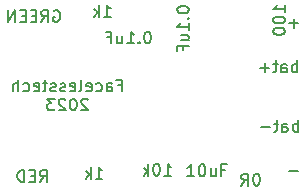
<source format=gbr>
%TF.GenerationSoftware,KiCad,Pcbnew,6.0.10+dfsg-1~bpo11+1*%
%TF.CreationDate,2023-01-21T14:50:42+00:00*%
%TF.ProjectId,tp4056,74703430-3536-42e6-9b69-6361645f7063,rev?*%
%TF.SameCoordinates,Original*%
%TF.FileFunction,Legend,Bot*%
%TF.FilePolarity,Positive*%
%FSLAX46Y46*%
G04 Gerber Fmt 4.6, Leading zero omitted, Abs format (unit mm)*
G04 Created by KiCad (PCBNEW 6.0.10+dfsg-1~bpo11+1) date 2023-01-21 14:50:42*
%MOMM*%
%LPD*%
G01*
G04 APERTURE LIST*
%ADD10C,0.150000*%
G04 APERTURE END LIST*
D10*
X138221904Y-93413571D02*
X138555238Y-93413571D01*
X138555238Y-93937380D02*
X138555238Y-92937380D01*
X138079047Y-92937380D01*
X137269523Y-93937380D02*
X137269523Y-93413571D01*
X137317142Y-93318333D01*
X137412380Y-93270714D01*
X137602857Y-93270714D01*
X137698095Y-93318333D01*
X137269523Y-93889761D02*
X137364761Y-93937380D01*
X137602857Y-93937380D01*
X137698095Y-93889761D01*
X137745714Y-93794523D01*
X137745714Y-93699285D01*
X137698095Y-93604047D01*
X137602857Y-93556428D01*
X137364761Y-93556428D01*
X137269523Y-93508809D01*
X136364761Y-93889761D02*
X136460000Y-93937380D01*
X136650476Y-93937380D01*
X136745714Y-93889761D01*
X136793333Y-93842142D01*
X136840952Y-93746904D01*
X136840952Y-93461190D01*
X136793333Y-93365952D01*
X136745714Y-93318333D01*
X136650476Y-93270714D01*
X136460000Y-93270714D01*
X136364761Y-93318333D01*
X135555238Y-93889761D02*
X135650476Y-93937380D01*
X135840952Y-93937380D01*
X135936190Y-93889761D01*
X135983809Y-93794523D01*
X135983809Y-93413571D01*
X135936190Y-93318333D01*
X135840952Y-93270714D01*
X135650476Y-93270714D01*
X135555238Y-93318333D01*
X135507619Y-93413571D01*
X135507619Y-93508809D01*
X135983809Y-93604047D01*
X134936190Y-93937380D02*
X135031428Y-93889761D01*
X135079047Y-93794523D01*
X135079047Y-92937380D01*
X134174285Y-93889761D02*
X134269523Y-93937380D01*
X134460000Y-93937380D01*
X134555238Y-93889761D01*
X134602857Y-93794523D01*
X134602857Y-93413571D01*
X134555238Y-93318333D01*
X134460000Y-93270714D01*
X134269523Y-93270714D01*
X134174285Y-93318333D01*
X134126666Y-93413571D01*
X134126666Y-93508809D01*
X134602857Y-93604047D01*
X133745714Y-93889761D02*
X133650476Y-93937380D01*
X133460000Y-93937380D01*
X133364761Y-93889761D01*
X133317142Y-93794523D01*
X133317142Y-93746904D01*
X133364761Y-93651666D01*
X133460000Y-93604047D01*
X133602857Y-93604047D01*
X133698095Y-93556428D01*
X133745714Y-93461190D01*
X133745714Y-93413571D01*
X133698095Y-93318333D01*
X133602857Y-93270714D01*
X133460000Y-93270714D01*
X133364761Y-93318333D01*
X132936190Y-93889761D02*
X132840952Y-93937380D01*
X132650476Y-93937380D01*
X132555238Y-93889761D01*
X132507619Y-93794523D01*
X132507619Y-93746904D01*
X132555238Y-93651666D01*
X132650476Y-93604047D01*
X132793333Y-93604047D01*
X132888571Y-93556428D01*
X132936190Y-93461190D01*
X132936190Y-93413571D01*
X132888571Y-93318333D01*
X132793333Y-93270714D01*
X132650476Y-93270714D01*
X132555238Y-93318333D01*
X132221904Y-93270714D02*
X131840952Y-93270714D01*
X132079047Y-92937380D02*
X132079047Y-93794523D01*
X132031428Y-93889761D01*
X131936190Y-93937380D01*
X131840952Y-93937380D01*
X131126666Y-93889761D02*
X131221904Y-93937380D01*
X131412380Y-93937380D01*
X131507619Y-93889761D01*
X131555238Y-93794523D01*
X131555238Y-93413571D01*
X131507619Y-93318333D01*
X131412380Y-93270714D01*
X131221904Y-93270714D01*
X131126666Y-93318333D01*
X131079047Y-93413571D01*
X131079047Y-93508809D01*
X131555238Y-93604047D01*
X130221904Y-93889761D02*
X130317142Y-93937380D01*
X130507619Y-93937380D01*
X130602857Y-93889761D01*
X130650476Y-93842142D01*
X130698095Y-93746904D01*
X130698095Y-93461190D01*
X130650476Y-93365952D01*
X130602857Y-93318333D01*
X130507619Y-93270714D01*
X130317142Y-93270714D01*
X130221904Y-93318333D01*
X129793333Y-93937380D02*
X129793333Y-92937380D01*
X129364761Y-93937380D02*
X129364761Y-93413571D01*
X129412380Y-93318333D01*
X129507619Y-93270714D01*
X129650476Y-93270714D01*
X129745714Y-93318333D01*
X129793333Y-93365952D01*
X135674285Y-94642619D02*
X135626666Y-94595000D01*
X135531428Y-94547380D01*
X135293333Y-94547380D01*
X135198095Y-94595000D01*
X135150476Y-94642619D01*
X135102857Y-94737857D01*
X135102857Y-94833095D01*
X135150476Y-94975952D01*
X135721904Y-95547380D01*
X135102857Y-95547380D01*
X134483809Y-94547380D02*
X134388571Y-94547380D01*
X134293333Y-94595000D01*
X134245714Y-94642619D01*
X134198095Y-94737857D01*
X134150476Y-94928333D01*
X134150476Y-95166428D01*
X134198095Y-95356904D01*
X134245714Y-95452142D01*
X134293333Y-95499761D01*
X134388571Y-95547380D01*
X134483809Y-95547380D01*
X134579047Y-95499761D01*
X134626666Y-95452142D01*
X134674285Y-95356904D01*
X134721904Y-95166428D01*
X134721904Y-94928333D01*
X134674285Y-94737857D01*
X134626666Y-94642619D01*
X134579047Y-94595000D01*
X134483809Y-94547380D01*
X133769523Y-94642619D02*
X133721904Y-94595000D01*
X133626666Y-94547380D01*
X133388571Y-94547380D01*
X133293333Y-94595000D01*
X133245714Y-94642619D01*
X133198095Y-94737857D01*
X133198095Y-94833095D01*
X133245714Y-94975952D01*
X133817142Y-95547380D01*
X133198095Y-95547380D01*
X132864761Y-94547380D02*
X132245714Y-94547380D01*
X132579047Y-94928333D01*
X132436190Y-94928333D01*
X132340952Y-94975952D01*
X132293333Y-95023571D01*
X132245714Y-95118809D01*
X132245714Y-95356904D01*
X132293333Y-95452142D01*
X132340952Y-95499761D01*
X132436190Y-95547380D01*
X132721904Y-95547380D01*
X132817142Y-95499761D01*
X132864761Y-95452142D01*
X153481428Y-97342380D02*
X153481428Y-96342380D01*
X153481428Y-96723333D02*
X153386190Y-96675714D01*
X153195714Y-96675714D01*
X153100476Y-96723333D01*
X153052857Y-96770952D01*
X153005238Y-96866190D01*
X153005238Y-97151904D01*
X153052857Y-97247142D01*
X153100476Y-97294761D01*
X153195714Y-97342380D01*
X153386190Y-97342380D01*
X153481428Y-97294761D01*
X152148095Y-97342380D02*
X152148095Y-96818571D01*
X152195714Y-96723333D01*
X152290952Y-96675714D01*
X152481428Y-96675714D01*
X152576666Y-96723333D01*
X152148095Y-97294761D02*
X152243333Y-97342380D01*
X152481428Y-97342380D01*
X152576666Y-97294761D01*
X152624285Y-97199523D01*
X152624285Y-97104285D01*
X152576666Y-97009047D01*
X152481428Y-96961428D01*
X152243333Y-96961428D01*
X152148095Y-96913809D01*
X151814761Y-96675714D02*
X151433809Y-96675714D01*
X151671904Y-96342380D02*
X151671904Y-97199523D01*
X151624285Y-97294761D01*
X151529047Y-97342380D01*
X151433809Y-97342380D01*
X151100476Y-96961428D02*
X150338571Y-96961428D01*
X131612857Y-101602380D02*
X131946190Y-101126190D01*
X132184285Y-101602380D02*
X132184285Y-100602380D01*
X131803333Y-100602380D01*
X131708095Y-100650000D01*
X131660476Y-100697619D01*
X131612857Y-100792857D01*
X131612857Y-100935714D01*
X131660476Y-101030952D01*
X131708095Y-101078571D01*
X131803333Y-101126190D01*
X132184285Y-101126190D01*
X131184285Y-101078571D02*
X130850952Y-101078571D01*
X130708095Y-101602380D02*
X131184285Y-101602380D01*
X131184285Y-100602380D01*
X130708095Y-100602380D01*
X130279523Y-101602380D02*
X130279523Y-100602380D01*
X130041428Y-100602380D01*
X129898571Y-100650000D01*
X129803333Y-100745238D01*
X129755714Y-100840476D01*
X129708095Y-101030952D01*
X129708095Y-101173809D01*
X129755714Y-101364285D01*
X129803333Y-101459523D01*
X129898571Y-101554761D01*
X130041428Y-101602380D01*
X130279523Y-101602380D01*
X153430952Y-100661428D02*
X152669047Y-100661428D01*
X153401428Y-92322380D02*
X153401428Y-91322380D01*
X153401428Y-91703333D02*
X153306190Y-91655714D01*
X153115714Y-91655714D01*
X153020476Y-91703333D01*
X152972857Y-91750952D01*
X152925238Y-91846190D01*
X152925238Y-92131904D01*
X152972857Y-92227142D01*
X153020476Y-92274761D01*
X153115714Y-92322380D01*
X153306190Y-92322380D01*
X153401428Y-92274761D01*
X152068095Y-92322380D02*
X152068095Y-91798571D01*
X152115714Y-91703333D01*
X152210952Y-91655714D01*
X152401428Y-91655714D01*
X152496666Y-91703333D01*
X152068095Y-92274761D02*
X152163333Y-92322380D01*
X152401428Y-92322380D01*
X152496666Y-92274761D01*
X152544285Y-92179523D01*
X152544285Y-92084285D01*
X152496666Y-91989047D01*
X152401428Y-91941428D01*
X152163333Y-91941428D01*
X152068095Y-91893809D01*
X151734761Y-91655714D02*
X151353809Y-91655714D01*
X151591904Y-91322380D02*
X151591904Y-92179523D01*
X151544285Y-92274761D01*
X151449047Y-92322380D01*
X151353809Y-92322380D01*
X151020476Y-91941428D02*
X150258571Y-91941428D01*
X150639523Y-92322380D02*
X150639523Y-91560476D01*
X153480952Y-88191428D02*
X152719047Y-88191428D01*
X153100000Y-88572380D02*
X153100000Y-87810476D01*
%TO.C,R5*%
X152362380Y-87233333D02*
X152362380Y-86661904D01*
X152362380Y-86947619D02*
X151362380Y-86947619D01*
X151505238Y-86852380D01*
X151600476Y-86757142D01*
X151648095Y-86661904D01*
X151362380Y-87852380D02*
X151362380Y-87947619D01*
X151410000Y-88042857D01*
X151457619Y-88090476D01*
X151552857Y-88138095D01*
X151743333Y-88185714D01*
X151981428Y-88185714D01*
X152171904Y-88138095D01*
X152267142Y-88090476D01*
X152314761Y-88042857D01*
X152362380Y-87947619D01*
X152362380Y-87852380D01*
X152314761Y-87757142D01*
X152267142Y-87709523D01*
X152171904Y-87661904D01*
X151981428Y-87614285D01*
X151743333Y-87614285D01*
X151552857Y-87661904D01*
X151457619Y-87709523D01*
X151410000Y-87757142D01*
X151362380Y-87852380D01*
X151362380Y-88804761D02*
X151362380Y-88900000D01*
X151410000Y-88995238D01*
X151457619Y-89042857D01*
X151552857Y-89090476D01*
X151743333Y-89138095D01*
X151981428Y-89138095D01*
X152171904Y-89090476D01*
X152267142Y-89042857D01*
X152314761Y-88995238D01*
X152362380Y-88900000D01*
X152362380Y-88804761D01*
X152314761Y-88709523D01*
X152267142Y-88661904D01*
X152171904Y-88614285D01*
X151981428Y-88566666D01*
X151743333Y-88566666D01*
X151552857Y-88614285D01*
X151457619Y-88661904D01*
X151410000Y-88709523D01*
X151362380Y-88804761D01*
%TO.C,R2*%
X137021547Y-87612380D02*
X137592976Y-87612380D01*
X137307261Y-87612380D02*
X137307261Y-86612380D01*
X137402500Y-86755238D01*
X137497738Y-86850476D01*
X137592976Y-86898095D01*
X136592976Y-87612380D02*
X136592976Y-86612380D01*
X136497738Y-87231428D02*
X136212023Y-87612380D01*
X136212023Y-86945714D02*
X136592976Y-87326666D01*
%TO.C,C2*%
X143242380Y-86977142D02*
X143242380Y-87072380D01*
X143290000Y-87167619D01*
X143337619Y-87215238D01*
X143432857Y-87262857D01*
X143623333Y-87310476D01*
X143861428Y-87310476D01*
X144051904Y-87262857D01*
X144147142Y-87215238D01*
X144194761Y-87167619D01*
X144242380Y-87072380D01*
X144242380Y-86977142D01*
X144194761Y-86881904D01*
X144147142Y-86834285D01*
X144051904Y-86786666D01*
X143861428Y-86739047D01*
X143623333Y-86739047D01*
X143432857Y-86786666D01*
X143337619Y-86834285D01*
X143290000Y-86881904D01*
X143242380Y-86977142D01*
X144147142Y-87739047D02*
X144194761Y-87786666D01*
X144242380Y-87739047D01*
X144194761Y-87691428D01*
X144147142Y-87739047D01*
X144242380Y-87739047D01*
X144242380Y-88739047D02*
X144242380Y-88167619D01*
X144242380Y-88453333D02*
X143242380Y-88453333D01*
X143385238Y-88358095D01*
X143480476Y-88262857D01*
X143528095Y-88167619D01*
X143575714Y-89596190D02*
X144242380Y-89596190D01*
X143575714Y-89167619D02*
X144099523Y-89167619D01*
X144194761Y-89215238D01*
X144242380Y-89310476D01*
X144242380Y-89453333D01*
X144194761Y-89548571D01*
X144147142Y-89596190D01*
X143718571Y-90405714D02*
X143718571Y-90072380D01*
X144242380Y-90072380D02*
X143242380Y-90072380D01*
X143242380Y-90548571D01*
%TO.C,D2*%
X132786666Y-87110000D02*
X132881904Y-87062380D01*
X133024761Y-87062380D01*
X133167619Y-87110000D01*
X133262857Y-87205238D01*
X133310476Y-87300476D01*
X133358095Y-87490952D01*
X133358095Y-87633809D01*
X133310476Y-87824285D01*
X133262857Y-87919523D01*
X133167619Y-88014761D01*
X133024761Y-88062380D01*
X132929523Y-88062380D01*
X132786666Y-88014761D01*
X132739047Y-87967142D01*
X132739047Y-87633809D01*
X132929523Y-87633809D01*
X131739047Y-88062380D02*
X132072380Y-87586190D01*
X132310476Y-88062380D02*
X132310476Y-87062380D01*
X131929523Y-87062380D01*
X131834285Y-87110000D01*
X131786666Y-87157619D01*
X131739047Y-87252857D01*
X131739047Y-87395714D01*
X131786666Y-87490952D01*
X131834285Y-87538571D01*
X131929523Y-87586190D01*
X132310476Y-87586190D01*
X131310476Y-87538571D02*
X130977142Y-87538571D01*
X130834285Y-88062380D02*
X131310476Y-88062380D01*
X131310476Y-87062380D01*
X130834285Y-87062380D01*
X130405714Y-87538571D02*
X130072380Y-87538571D01*
X129929523Y-88062380D02*
X130405714Y-88062380D01*
X130405714Y-87062380D01*
X129929523Y-87062380D01*
X129500952Y-88062380D02*
X129500952Y-87062380D01*
X128929523Y-88062380D01*
X128929523Y-87062380D01*
%TO.C,C1*%
X144678571Y-101122380D02*
X144107142Y-101122380D01*
X144392857Y-101122380D02*
X144392857Y-100122380D01*
X144297619Y-100265238D01*
X144202380Y-100360476D01*
X144107142Y-100408095D01*
X145297619Y-100122380D02*
X145392857Y-100122380D01*
X145488095Y-100170000D01*
X145535714Y-100217619D01*
X145583333Y-100312857D01*
X145630952Y-100503333D01*
X145630952Y-100741428D01*
X145583333Y-100931904D01*
X145535714Y-101027142D01*
X145488095Y-101074761D01*
X145392857Y-101122380D01*
X145297619Y-101122380D01*
X145202380Y-101074761D01*
X145154761Y-101027142D01*
X145107142Y-100931904D01*
X145059523Y-100741428D01*
X145059523Y-100503333D01*
X145107142Y-100312857D01*
X145154761Y-100217619D01*
X145202380Y-100170000D01*
X145297619Y-100122380D01*
X146488095Y-100455714D02*
X146488095Y-101122380D01*
X146059523Y-100455714D02*
X146059523Y-100979523D01*
X146107142Y-101074761D01*
X146202380Y-101122380D01*
X146345238Y-101122380D01*
X146440476Y-101074761D01*
X146488095Y-101027142D01*
X147297619Y-100598571D02*
X146964285Y-100598571D01*
X146964285Y-101122380D02*
X146964285Y-100122380D01*
X147440476Y-100122380D01*
%TO.C,R1*%
X136329047Y-101352380D02*
X136900476Y-101352380D01*
X136614761Y-101352380D02*
X136614761Y-100352380D01*
X136710000Y-100495238D01*
X136805238Y-100590476D01*
X136900476Y-100638095D01*
X135900476Y-101352380D02*
X135900476Y-100352380D01*
X135805238Y-100971428D02*
X135519523Y-101352380D01*
X135519523Y-100685714D02*
X135900476Y-101066666D01*
%TO.C,R6*%
X150007619Y-100912380D02*
X149912380Y-100912380D01*
X149817142Y-100960000D01*
X149769523Y-101007619D01*
X149721904Y-101102857D01*
X149674285Y-101293333D01*
X149674285Y-101531428D01*
X149721904Y-101721904D01*
X149769523Y-101817142D01*
X149817142Y-101864761D01*
X149912380Y-101912380D01*
X150007619Y-101912380D01*
X150102857Y-101864761D01*
X150150476Y-101817142D01*
X150198095Y-101721904D01*
X150245714Y-101531428D01*
X150245714Y-101293333D01*
X150198095Y-101102857D01*
X150150476Y-101007619D01*
X150102857Y-100960000D01*
X150007619Y-100912380D01*
X148674285Y-101912380D02*
X149007619Y-101436190D01*
X149245714Y-101912380D02*
X149245714Y-100912380D01*
X148864761Y-100912380D01*
X148769523Y-100960000D01*
X148721904Y-101007619D01*
X148674285Y-101102857D01*
X148674285Y-101245714D01*
X148721904Y-101340952D01*
X148769523Y-101388571D01*
X148864761Y-101436190D01*
X149245714Y-101436190D01*
%TO.C,C3*%
X140762857Y-88882380D02*
X140667619Y-88882380D01*
X140572380Y-88930000D01*
X140524761Y-88977619D01*
X140477142Y-89072857D01*
X140429523Y-89263333D01*
X140429523Y-89501428D01*
X140477142Y-89691904D01*
X140524761Y-89787142D01*
X140572380Y-89834761D01*
X140667619Y-89882380D01*
X140762857Y-89882380D01*
X140858095Y-89834761D01*
X140905714Y-89787142D01*
X140953333Y-89691904D01*
X141000952Y-89501428D01*
X141000952Y-89263333D01*
X140953333Y-89072857D01*
X140905714Y-88977619D01*
X140858095Y-88930000D01*
X140762857Y-88882380D01*
X140000952Y-89787142D02*
X139953333Y-89834761D01*
X140000952Y-89882380D01*
X140048571Y-89834761D01*
X140000952Y-89787142D01*
X140000952Y-89882380D01*
X139000952Y-89882380D02*
X139572380Y-89882380D01*
X139286666Y-89882380D02*
X139286666Y-88882380D01*
X139381904Y-89025238D01*
X139477142Y-89120476D01*
X139572380Y-89168095D01*
X138143809Y-89215714D02*
X138143809Y-89882380D01*
X138572380Y-89215714D02*
X138572380Y-89739523D01*
X138524761Y-89834761D01*
X138429523Y-89882380D01*
X138286666Y-89882380D01*
X138191428Y-89834761D01*
X138143809Y-89787142D01*
X137334285Y-89358571D02*
X137667619Y-89358571D01*
X137667619Y-89882380D02*
X137667619Y-88882380D01*
X137191428Y-88882380D01*
%TO.C,R3*%
X142155238Y-101062380D02*
X142726666Y-101062380D01*
X142440952Y-101062380D02*
X142440952Y-100062380D01*
X142536190Y-100205238D01*
X142631428Y-100300476D01*
X142726666Y-100348095D01*
X141536190Y-100062380D02*
X141440952Y-100062380D01*
X141345714Y-100110000D01*
X141298095Y-100157619D01*
X141250476Y-100252857D01*
X141202857Y-100443333D01*
X141202857Y-100681428D01*
X141250476Y-100871904D01*
X141298095Y-100967142D01*
X141345714Y-101014761D01*
X141440952Y-101062380D01*
X141536190Y-101062380D01*
X141631428Y-101014761D01*
X141679047Y-100967142D01*
X141726666Y-100871904D01*
X141774285Y-100681428D01*
X141774285Y-100443333D01*
X141726666Y-100252857D01*
X141679047Y-100157619D01*
X141631428Y-100110000D01*
X141536190Y-100062380D01*
X140774285Y-101062380D02*
X140774285Y-100062380D01*
X140679047Y-100681428D02*
X140393333Y-101062380D01*
X140393333Y-100395714D02*
X140774285Y-100776666D01*
%TD*%
M02*

</source>
